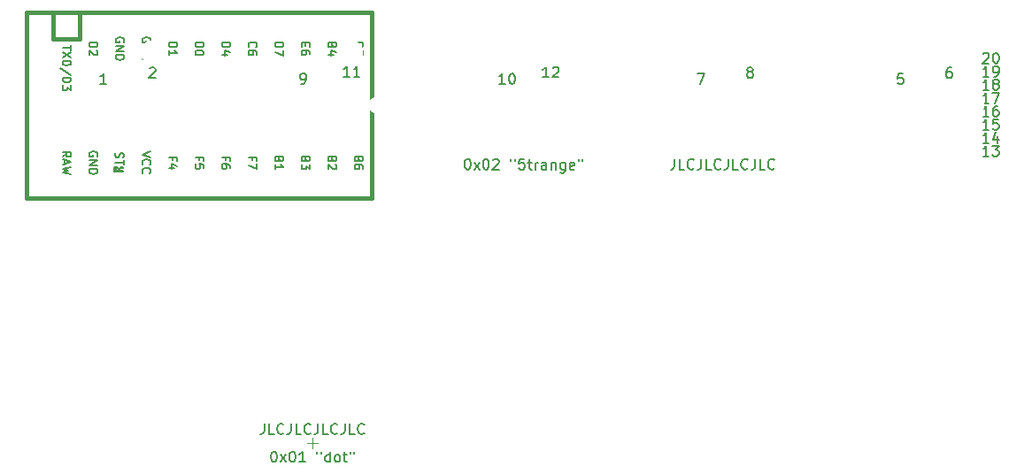
<source format=gto>
%TF.GenerationSoftware,KiCad,Pcbnew,5.99.0+really5.1.10+dfsg1-1*%
%TF.CreationDate,2021-06-06T12:38:46-04:00*%
%TF.ProjectId,5x1_knob,3578315f-6b6e-46f6-922e-6b696361645f,rev?*%
%TF.SameCoordinates,Original*%
%TF.FileFunction,Legend,Top*%
%TF.FilePolarity,Positive*%
%FSLAX46Y46*%
G04 Gerber Fmt 4.6, Leading zero omitted, Abs format (unit mm)*
G04 Created by KiCad (PCBNEW 5.99.0+really5.1.10+dfsg1-1) date 2021-06-06 12:38:46*
%MOMM*%
%LPD*%
G01*
G04 APERTURE LIST*
%ADD10C,0.150000*%
%ADD11C,0.120000*%
%ADD12C,0.381000*%
%ADD13C,2.000000*%
%ADD14R,3.200001X2.000000*%
%ADD15C,1.752600*%
%ADD16O,1.000000X1.000000*%
%ADD17O,1.700000X1.700000*%
%ADD18C,1.700000*%
%ADD19C,3.200000*%
%ADD20C,2.250000*%
%ADD21C,3.987800*%
%ADD22C,1.750000*%
G04 APERTURE END LIST*
D10*
X40886738Y-14628880D02*
X40981976Y-14628880D01*
X41077214Y-14676500D01*
X41124833Y-14724119D01*
X41172452Y-14819357D01*
X41220071Y-15009833D01*
X41220071Y-15247928D01*
X41172452Y-15438404D01*
X41124833Y-15533642D01*
X41077214Y-15581261D01*
X40981976Y-15628880D01*
X40886738Y-15628880D01*
X40791500Y-15581261D01*
X40743880Y-15533642D01*
X40696261Y-15438404D01*
X40648642Y-15247928D01*
X40648642Y-15009833D01*
X40696261Y-14819357D01*
X40743880Y-14724119D01*
X40791500Y-14676500D01*
X40886738Y-14628880D01*
X41553404Y-15628880D02*
X42077214Y-14962214D01*
X41553404Y-14962214D02*
X42077214Y-15628880D01*
X42648642Y-14628880D02*
X42743880Y-14628880D01*
X42839119Y-14676500D01*
X42886738Y-14724119D01*
X42934357Y-14819357D01*
X42981976Y-15009833D01*
X42981976Y-15247928D01*
X42934357Y-15438404D01*
X42886738Y-15533642D01*
X42839119Y-15581261D01*
X42743880Y-15628880D01*
X42648642Y-15628880D01*
X42553404Y-15581261D01*
X42505785Y-15533642D01*
X42458166Y-15438404D01*
X42410547Y-15247928D01*
X42410547Y-15009833D01*
X42458166Y-14819357D01*
X42505785Y-14724119D01*
X42553404Y-14676500D01*
X42648642Y-14628880D01*
X43362928Y-14724119D02*
X43410547Y-14676500D01*
X43505785Y-14628880D01*
X43743880Y-14628880D01*
X43839119Y-14676500D01*
X43886738Y-14724119D01*
X43934357Y-14819357D01*
X43934357Y-14914595D01*
X43886738Y-15057452D01*
X43315309Y-15628880D01*
X43934357Y-15628880D01*
X45077214Y-14628880D02*
X45077214Y-14819357D01*
X45458166Y-14628880D02*
X45458166Y-14819357D01*
X46362928Y-14628880D02*
X45886738Y-14628880D01*
X45839119Y-15105071D01*
X45886738Y-15057452D01*
X45981976Y-15009833D01*
X46220071Y-15009833D01*
X46315309Y-15057452D01*
X46362928Y-15105071D01*
X46410547Y-15200309D01*
X46410547Y-15438404D01*
X46362928Y-15533642D01*
X46315309Y-15581261D01*
X46220071Y-15628880D01*
X45981976Y-15628880D01*
X45886738Y-15581261D01*
X45839119Y-15533642D01*
X46696261Y-14962214D02*
X47077214Y-14962214D01*
X46839119Y-14628880D02*
X46839119Y-15486023D01*
X46886738Y-15581261D01*
X46981976Y-15628880D01*
X47077214Y-15628880D01*
X47410547Y-15628880D02*
X47410547Y-14962214D01*
X47410547Y-15152690D02*
X47458166Y-15057452D01*
X47505785Y-15009833D01*
X47601023Y-14962214D01*
X47696261Y-14962214D01*
X48458166Y-15628880D02*
X48458166Y-15105071D01*
X48410547Y-15009833D01*
X48315309Y-14962214D01*
X48124833Y-14962214D01*
X48029595Y-15009833D01*
X48458166Y-15581261D02*
X48362928Y-15628880D01*
X48124833Y-15628880D01*
X48029595Y-15581261D01*
X47981976Y-15486023D01*
X47981976Y-15390785D01*
X48029595Y-15295547D01*
X48124833Y-15247928D01*
X48362928Y-15247928D01*
X48458166Y-15200309D01*
X48934357Y-14962214D02*
X48934357Y-15628880D01*
X48934357Y-15057452D02*
X48981976Y-15009833D01*
X49077214Y-14962214D01*
X49220071Y-14962214D01*
X49315309Y-15009833D01*
X49362928Y-15105071D01*
X49362928Y-15628880D01*
X50267690Y-14962214D02*
X50267690Y-15771738D01*
X50220071Y-15866976D01*
X50172452Y-15914595D01*
X50077214Y-15962214D01*
X49934357Y-15962214D01*
X49839119Y-15914595D01*
X50267690Y-15581261D02*
X50172452Y-15628880D01*
X49981976Y-15628880D01*
X49886738Y-15581261D01*
X49839119Y-15533642D01*
X49791500Y-15438404D01*
X49791500Y-15152690D01*
X49839119Y-15057452D01*
X49886738Y-15009833D01*
X49981976Y-14962214D01*
X50172452Y-14962214D01*
X50267690Y-15009833D01*
X51124833Y-15581261D02*
X51029595Y-15628880D01*
X50839119Y-15628880D01*
X50743880Y-15581261D01*
X50696261Y-15486023D01*
X50696261Y-15105071D01*
X50743880Y-15009833D01*
X50839119Y-14962214D01*
X51029595Y-14962214D01*
X51124833Y-15009833D01*
X51172452Y-15105071D01*
X51172452Y-15200309D01*
X50696261Y-15295547D01*
X51553404Y-14628880D02*
X51553404Y-14819357D01*
X51934357Y-14628880D02*
X51934357Y-14819357D01*
X60722452Y-14628880D02*
X60722452Y-15343166D01*
X60674833Y-15486023D01*
X60579595Y-15581261D01*
X60436738Y-15628880D01*
X60341500Y-15628880D01*
X61674833Y-15628880D02*
X61198642Y-15628880D01*
X61198642Y-14628880D01*
X62579595Y-15533642D02*
X62531976Y-15581261D01*
X62389119Y-15628880D01*
X62293880Y-15628880D01*
X62151023Y-15581261D01*
X62055785Y-15486023D01*
X62008166Y-15390785D01*
X61960547Y-15200309D01*
X61960547Y-15057452D01*
X62008166Y-14866976D01*
X62055785Y-14771738D01*
X62151023Y-14676500D01*
X62293880Y-14628880D01*
X62389119Y-14628880D01*
X62531976Y-14676500D01*
X62579595Y-14724119D01*
X63293880Y-14628880D02*
X63293880Y-15343166D01*
X63246261Y-15486023D01*
X63151023Y-15581261D01*
X63008166Y-15628880D01*
X62912928Y-15628880D01*
X64246261Y-15628880D02*
X63770071Y-15628880D01*
X63770071Y-14628880D01*
X65151023Y-15533642D02*
X65103404Y-15581261D01*
X64960547Y-15628880D01*
X64865309Y-15628880D01*
X64722452Y-15581261D01*
X64627214Y-15486023D01*
X64579595Y-15390785D01*
X64531976Y-15200309D01*
X64531976Y-15057452D01*
X64579595Y-14866976D01*
X64627214Y-14771738D01*
X64722452Y-14676500D01*
X64865309Y-14628880D01*
X64960547Y-14628880D01*
X65103404Y-14676500D01*
X65151023Y-14724119D01*
X65865309Y-14628880D02*
X65865309Y-15343166D01*
X65817690Y-15486023D01*
X65722452Y-15581261D01*
X65579595Y-15628880D01*
X65484357Y-15628880D01*
X66817690Y-15628880D02*
X66341500Y-15628880D01*
X66341500Y-14628880D01*
X67722452Y-15533642D02*
X67674833Y-15581261D01*
X67531976Y-15628880D01*
X67436738Y-15628880D01*
X67293880Y-15581261D01*
X67198642Y-15486023D01*
X67151023Y-15390785D01*
X67103404Y-15200309D01*
X67103404Y-15057452D01*
X67151023Y-14866976D01*
X67198642Y-14771738D01*
X67293880Y-14676500D01*
X67436738Y-14628880D01*
X67531976Y-14628880D01*
X67674833Y-14676500D01*
X67722452Y-14724119D01*
X68436738Y-14628880D02*
X68436738Y-15343166D01*
X68389119Y-15486023D01*
X68293880Y-15581261D01*
X68151023Y-15628880D01*
X68055785Y-15628880D01*
X69389119Y-15628880D02*
X68912928Y-15628880D01*
X68912928Y-14628880D01*
X70293880Y-15533642D02*
X70246261Y-15581261D01*
X70103404Y-15628880D01*
X70008166Y-15628880D01*
X69865309Y-15581261D01*
X69770071Y-15486023D01*
X69722452Y-15390785D01*
X69674833Y-15200309D01*
X69674833Y-15057452D01*
X69722452Y-14866976D01*
X69770071Y-14771738D01*
X69865309Y-14676500D01*
X70008166Y-14628880D01*
X70103404Y-14628880D01*
X70246261Y-14676500D01*
X70293880Y-14724119D01*
X21479452Y-39965380D02*
X21479452Y-40679666D01*
X21431833Y-40822523D01*
X21336595Y-40917761D01*
X21193738Y-40965380D01*
X21098500Y-40965380D01*
X22431833Y-40965380D02*
X21955642Y-40965380D01*
X21955642Y-39965380D01*
X23336595Y-40870142D02*
X23288976Y-40917761D01*
X23146119Y-40965380D01*
X23050880Y-40965380D01*
X22908023Y-40917761D01*
X22812785Y-40822523D01*
X22765166Y-40727285D01*
X22717547Y-40536809D01*
X22717547Y-40393952D01*
X22765166Y-40203476D01*
X22812785Y-40108238D01*
X22908023Y-40013000D01*
X23050880Y-39965380D01*
X23146119Y-39965380D01*
X23288976Y-40013000D01*
X23336595Y-40060619D01*
X24050880Y-39965380D02*
X24050880Y-40679666D01*
X24003261Y-40822523D01*
X23908023Y-40917761D01*
X23765166Y-40965380D01*
X23669928Y-40965380D01*
X25003261Y-40965380D02*
X24527071Y-40965380D01*
X24527071Y-39965380D01*
X25908023Y-40870142D02*
X25860404Y-40917761D01*
X25717547Y-40965380D01*
X25622309Y-40965380D01*
X25479452Y-40917761D01*
X25384214Y-40822523D01*
X25336595Y-40727285D01*
X25288976Y-40536809D01*
X25288976Y-40393952D01*
X25336595Y-40203476D01*
X25384214Y-40108238D01*
X25479452Y-40013000D01*
X25622309Y-39965380D01*
X25717547Y-39965380D01*
X25860404Y-40013000D01*
X25908023Y-40060619D01*
X26622309Y-39965380D02*
X26622309Y-40679666D01*
X26574690Y-40822523D01*
X26479452Y-40917761D01*
X26336595Y-40965380D01*
X26241357Y-40965380D01*
X27574690Y-40965380D02*
X27098500Y-40965380D01*
X27098500Y-39965380D01*
X28479452Y-40870142D02*
X28431833Y-40917761D01*
X28288976Y-40965380D01*
X28193738Y-40965380D01*
X28050880Y-40917761D01*
X27955642Y-40822523D01*
X27908023Y-40727285D01*
X27860404Y-40536809D01*
X27860404Y-40393952D01*
X27908023Y-40203476D01*
X27955642Y-40108238D01*
X28050880Y-40013000D01*
X28193738Y-39965380D01*
X28288976Y-39965380D01*
X28431833Y-40013000D01*
X28479452Y-40060619D01*
X29193738Y-39965380D02*
X29193738Y-40679666D01*
X29146119Y-40822523D01*
X29050880Y-40917761D01*
X28908023Y-40965380D01*
X28812785Y-40965380D01*
X30146119Y-40965380D02*
X29669928Y-40965380D01*
X29669928Y-39965380D01*
X31050880Y-40870142D02*
X31003261Y-40917761D01*
X30860404Y-40965380D01*
X30765166Y-40965380D01*
X30622309Y-40917761D01*
X30527071Y-40822523D01*
X30479452Y-40727285D01*
X30431833Y-40536809D01*
X30431833Y-40393952D01*
X30479452Y-40203476D01*
X30527071Y-40108238D01*
X30622309Y-40013000D01*
X30765166Y-39965380D01*
X30860404Y-39965380D01*
X31003261Y-40013000D01*
X31050880Y-40060619D01*
X22360404Y-42632380D02*
X22455642Y-42632380D01*
X22550880Y-42680000D01*
X22598500Y-42727619D01*
X22646119Y-42822857D01*
X22693738Y-43013333D01*
X22693738Y-43251428D01*
X22646119Y-43441904D01*
X22598500Y-43537142D01*
X22550880Y-43584761D01*
X22455642Y-43632380D01*
X22360404Y-43632380D01*
X22265166Y-43584761D01*
X22217547Y-43537142D01*
X22169928Y-43441904D01*
X22122309Y-43251428D01*
X22122309Y-43013333D01*
X22169928Y-42822857D01*
X22217547Y-42727619D01*
X22265166Y-42680000D01*
X22360404Y-42632380D01*
X23027071Y-43632380D02*
X23550880Y-42965714D01*
X23027071Y-42965714D02*
X23550880Y-43632380D01*
X24122309Y-42632380D02*
X24217547Y-42632380D01*
X24312785Y-42680000D01*
X24360404Y-42727619D01*
X24408023Y-42822857D01*
X24455642Y-43013333D01*
X24455642Y-43251428D01*
X24408023Y-43441904D01*
X24360404Y-43537142D01*
X24312785Y-43584761D01*
X24217547Y-43632380D01*
X24122309Y-43632380D01*
X24027071Y-43584761D01*
X23979452Y-43537142D01*
X23931833Y-43441904D01*
X23884214Y-43251428D01*
X23884214Y-43013333D01*
X23931833Y-42822857D01*
X23979452Y-42727619D01*
X24027071Y-42680000D01*
X24122309Y-42632380D01*
X25408023Y-43632380D02*
X24836595Y-43632380D01*
X25122309Y-43632380D02*
X25122309Y-42632380D01*
X25027071Y-42775238D01*
X24931833Y-42870476D01*
X24836595Y-42918095D01*
X26550880Y-42632380D02*
X26550880Y-42822857D01*
X26931833Y-42632380D02*
X26931833Y-42822857D01*
X27788976Y-43632380D02*
X27788976Y-42632380D01*
X27788976Y-43584761D02*
X27693738Y-43632380D01*
X27503261Y-43632380D01*
X27408023Y-43584761D01*
X27360404Y-43537142D01*
X27312785Y-43441904D01*
X27312785Y-43156190D01*
X27360404Y-43060952D01*
X27408023Y-43013333D01*
X27503261Y-42965714D01*
X27693738Y-42965714D01*
X27788976Y-43013333D01*
X28408023Y-43632380D02*
X28312785Y-43584761D01*
X28265166Y-43537142D01*
X28217547Y-43441904D01*
X28217547Y-43156190D01*
X28265166Y-43060952D01*
X28312785Y-43013333D01*
X28408023Y-42965714D01*
X28550880Y-42965714D01*
X28646119Y-43013333D01*
X28693738Y-43060952D01*
X28741357Y-43156190D01*
X28741357Y-43441904D01*
X28693738Y-43537142D01*
X28646119Y-43584761D01*
X28550880Y-43632380D01*
X28408023Y-43632380D01*
X29027071Y-42965714D02*
X29408023Y-42965714D01*
X29169928Y-42632380D02*
X29169928Y-43489523D01*
X29217547Y-43584761D01*
X29312785Y-43632380D01*
X29408023Y-43632380D01*
X29693738Y-42632380D02*
X29693738Y-42822857D01*
X30074690Y-42632380D02*
X30074690Y-42822857D01*
X90805023Y-14358880D02*
X90233595Y-14358880D01*
X90519309Y-14358880D02*
X90519309Y-13358880D01*
X90424071Y-13501738D01*
X90328833Y-13596976D01*
X90233595Y-13644595D01*
X91138357Y-13358880D02*
X91757404Y-13358880D01*
X91424071Y-13739833D01*
X91566928Y-13739833D01*
X91662166Y-13787452D01*
X91709785Y-13835071D01*
X91757404Y-13930309D01*
X91757404Y-14168404D01*
X91709785Y-14263642D01*
X91662166Y-14311261D01*
X91566928Y-14358880D01*
X91281214Y-14358880D01*
X91185976Y-14311261D01*
X91138357Y-14263642D01*
X90805023Y-13088880D02*
X90233595Y-13088880D01*
X90519309Y-13088880D02*
X90519309Y-12088880D01*
X90424071Y-12231738D01*
X90328833Y-12326976D01*
X90233595Y-12374595D01*
X91662166Y-12422214D02*
X91662166Y-13088880D01*
X91424071Y-12041261D02*
X91185976Y-12755547D01*
X91805023Y-12755547D01*
X90805023Y-11818880D02*
X90233595Y-11818880D01*
X90519309Y-11818880D02*
X90519309Y-10818880D01*
X90424071Y-10961738D01*
X90328833Y-11056976D01*
X90233595Y-11104595D01*
X91709785Y-10818880D02*
X91233595Y-10818880D01*
X91185976Y-11295071D01*
X91233595Y-11247452D01*
X91328833Y-11199833D01*
X91566928Y-11199833D01*
X91662166Y-11247452D01*
X91709785Y-11295071D01*
X91757404Y-11390309D01*
X91757404Y-11628404D01*
X91709785Y-11723642D01*
X91662166Y-11771261D01*
X91566928Y-11818880D01*
X91328833Y-11818880D01*
X91233595Y-11771261D01*
X91185976Y-11723642D01*
X90805023Y-10548880D02*
X90233595Y-10548880D01*
X90519309Y-10548880D02*
X90519309Y-9548880D01*
X90424071Y-9691738D01*
X90328833Y-9786976D01*
X90233595Y-9834595D01*
X91662166Y-9548880D02*
X91471690Y-9548880D01*
X91376452Y-9596500D01*
X91328833Y-9644119D01*
X91233595Y-9786976D01*
X91185976Y-9977452D01*
X91185976Y-10358404D01*
X91233595Y-10453642D01*
X91281214Y-10501261D01*
X91376452Y-10548880D01*
X91566928Y-10548880D01*
X91662166Y-10501261D01*
X91709785Y-10453642D01*
X91757404Y-10358404D01*
X91757404Y-10120309D01*
X91709785Y-10025071D01*
X91662166Y-9977452D01*
X91566928Y-9929833D01*
X91376452Y-9929833D01*
X91281214Y-9977452D01*
X91233595Y-10025071D01*
X91185976Y-10120309D01*
X90805023Y-9278880D02*
X90233595Y-9278880D01*
X90519309Y-9278880D02*
X90519309Y-8278880D01*
X90424071Y-8421738D01*
X90328833Y-8516976D01*
X90233595Y-8564595D01*
X91138357Y-8278880D02*
X91805023Y-8278880D01*
X91376452Y-9278880D01*
X90805023Y-8008880D02*
X90233595Y-8008880D01*
X90519309Y-8008880D02*
X90519309Y-7008880D01*
X90424071Y-7151738D01*
X90328833Y-7246976D01*
X90233595Y-7294595D01*
X91376452Y-7437452D02*
X91281214Y-7389833D01*
X91233595Y-7342214D01*
X91185976Y-7246976D01*
X91185976Y-7199357D01*
X91233595Y-7104119D01*
X91281214Y-7056500D01*
X91376452Y-7008880D01*
X91566928Y-7008880D01*
X91662166Y-7056500D01*
X91709785Y-7104119D01*
X91757404Y-7199357D01*
X91757404Y-7246976D01*
X91709785Y-7342214D01*
X91662166Y-7389833D01*
X91566928Y-7437452D01*
X91376452Y-7437452D01*
X91281214Y-7485071D01*
X91233595Y-7532690D01*
X91185976Y-7627928D01*
X91185976Y-7818404D01*
X91233595Y-7913642D01*
X91281214Y-7961261D01*
X91376452Y-8008880D01*
X91566928Y-8008880D01*
X91662166Y-7961261D01*
X91709785Y-7913642D01*
X91757404Y-7818404D01*
X91757404Y-7627928D01*
X91709785Y-7532690D01*
X91662166Y-7485071D01*
X91566928Y-7437452D01*
X90805023Y-6738880D02*
X90233595Y-6738880D01*
X90519309Y-6738880D02*
X90519309Y-5738880D01*
X90424071Y-5881738D01*
X90328833Y-5976976D01*
X90233595Y-6024595D01*
X91281214Y-6738880D02*
X91471690Y-6738880D01*
X91566928Y-6691261D01*
X91614547Y-6643642D01*
X91709785Y-6500785D01*
X91757404Y-6310309D01*
X91757404Y-5929357D01*
X91709785Y-5834119D01*
X91662166Y-5786500D01*
X91566928Y-5738880D01*
X91376452Y-5738880D01*
X91281214Y-5786500D01*
X91233595Y-5834119D01*
X91185976Y-5929357D01*
X91185976Y-6167452D01*
X91233595Y-6262690D01*
X91281214Y-6310309D01*
X91376452Y-6357928D01*
X91566928Y-6357928D01*
X91662166Y-6310309D01*
X91709785Y-6262690D01*
X91757404Y-6167452D01*
X90233595Y-4564119D02*
X90281214Y-4516500D01*
X90376452Y-4468880D01*
X90614547Y-4468880D01*
X90709785Y-4516500D01*
X90757404Y-4564119D01*
X90805023Y-4659357D01*
X90805023Y-4754595D01*
X90757404Y-4897452D01*
X90185976Y-5468880D01*
X90805023Y-5468880D01*
X91424071Y-4468880D02*
X91519309Y-4468880D01*
X91614547Y-4516500D01*
X91662166Y-4564119D01*
X91709785Y-4659357D01*
X91757404Y-4849833D01*
X91757404Y-5087928D01*
X91709785Y-5278404D01*
X91662166Y-5373642D01*
X91614547Y-5421261D01*
X91519309Y-5468880D01*
X91424071Y-5468880D01*
X91328833Y-5421261D01*
X91281214Y-5373642D01*
X91233595Y-5278404D01*
X91185976Y-5087928D01*
X91185976Y-4849833D01*
X91233595Y-4659357D01*
X91281214Y-4564119D01*
X91328833Y-4516500D01*
X91424071Y-4468880D01*
X87185476Y-5865880D02*
X86995000Y-5865880D01*
X86899761Y-5913500D01*
X86852142Y-5961119D01*
X86756904Y-6103976D01*
X86709285Y-6294452D01*
X86709285Y-6675404D01*
X86756904Y-6770642D01*
X86804523Y-6818261D01*
X86899761Y-6865880D01*
X87090238Y-6865880D01*
X87185476Y-6818261D01*
X87233095Y-6770642D01*
X87280714Y-6675404D01*
X87280714Y-6437309D01*
X87233095Y-6342071D01*
X87185476Y-6294452D01*
X87090238Y-6246833D01*
X86899761Y-6246833D01*
X86804523Y-6294452D01*
X86756904Y-6342071D01*
X86709285Y-6437309D01*
X82597595Y-6437380D02*
X82121404Y-6437380D01*
X82073785Y-6913571D01*
X82121404Y-6865952D01*
X82216642Y-6818333D01*
X82454738Y-6818333D01*
X82549976Y-6865952D01*
X82597595Y-6913571D01*
X82645214Y-7008809D01*
X82645214Y-7246904D01*
X82597595Y-7342142D01*
X82549976Y-7389761D01*
X82454738Y-7437380D01*
X82216642Y-7437380D01*
X82121404Y-7389761D01*
X82073785Y-7342142D01*
X67849761Y-6294452D02*
X67754523Y-6246833D01*
X67706904Y-6199214D01*
X67659285Y-6103976D01*
X67659285Y-6056357D01*
X67706904Y-5961119D01*
X67754523Y-5913500D01*
X67849761Y-5865880D01*
X68040238Y-5865880D01*
X68135476Y-5913500D01*
X68183095Y-5961119D01*
X68230714Y-6056357D01*
X68230714Y-6103976D01*
X68183095Y-6199214D01*
X68135476Y-6246833D01*
X68040238Y-6294452D01*
X67849761Y-6294452D01*
X67754523Y-6342071D01*
X67706904Y-6389690D01*
X67659285Y-6484928D01*
X67659285Y-6675404D01*
X67706904Y-6770642D01*
X67754523Y-6818261D01*
X67849761Y-6865880D01*
X68040238Y-6865880D01*
X68135476Y-6818261D01*
X68183095Y-6770642D01*
X68230714Y-6675404D01*
X68230714Y-6484928D01*
X68183095Y-6389690D01*
X68135476Y-6342071D01*
X68040238Y-6294452D01*
X62912666Y-6437380D02*
X63579333Y-6437380D01*
X63150761Y-7437380D01*
X48704523Y-6802380D02*
X48133095Y-6802380D01*
X48418809Y-6802380D02*
X48418809Y-5802380D01*
X48323571Y-5945238D01*
X48228333Y-6040476D01*
X48133095Y-6088095D01*
X49085476Y-5897619D02*
X49133095Y-5850000D01*
X49228333Y-5802380D01*
X49466428Y-5802380D01*
X49561666Y-5850000D01*
X49609285Y-5897619D01*
X49656904Y-5992857D01*
X49656904Y-6088095D01*
X49609285Y-6230952D01*
X49037857Y-6802380D01*
X49656904Y-6802380D01*
X44513523Y-7437380D02*
X43942095Y-7437380D01*
X44227809Y-7437380D02*
X44227809Y-6437380D01*
X44132571Y-6580238D01*
X44037333Y-6675476D01*
X43942095Y-6723095D01*
X45132571Y-6437380D02*
X45227809Y-6437380D01*
X45323047Y-6485000D01*
X45370666Y-6532619D01*
X45418285Y-6627857D01*
X45465904Y-6818333D01*
X45465904Y-7056428D01*
X45418285Y-7246904D01*
X45370666Y-7342142D01*
X45323047Y-7389761D01*
X45227809Y-7437380D01*
X45132571Y-7437380D01*
X45037333Y-7389761D01*
X44989714Y-7342142D01*
X44942095Y-7246904D01*
X44894476Y-7056428D01*
X44894476Y-6818333D01*
X44942095Y-6627857D01*
X44989714Y-6532619D01*
X45037333Y-6485000D01*
X45132571Y-6437380D01*
X29654523Y-6738880D02*
X29083095Y-6738880D01*
X29368809Y-6738880D02*
X29368809Y-5738880D01*
X29273571Y-5881738D01*
X29178333Y-5976976D01*
X29083095Y-6024595D01*
X30606904Y-6738880D02*
X30035476Y-6738880D01*
X30321190Y-6738880D02*
X30321190Y-5738880D01*
X30225952Y-5881738D01*
X30130714Y-5976976D01*
X30035476Y-6024595D01*
X25019023Y-7437380D02*
X25209500Y-7437380D01*
X25304738Y-7389761D01*
X25352357Y-7342142D01*
X25447595Y-7199285D01*
X25495214Y-7008809D01*
X25495214Y-6627857D01*
X25447595Y-6532619D01*
X25399976Y-6485000D01*
X25304738Y-6437380D01*
X25114261Y-6437380D01*
X25019023Y-6485000D01*
X24971404Y-6532619D01*
X24923785Y-6627857D01*
X24923785Y-6865952D01*
X24971404Y-6961190D01*
X25019023Y-7008809D01*
X25114261Y-7056428D01*
X25304738Y-7056428D01*
X25399976Y-7008809D01*
X25447595Y-6961190D01*
X25495214Y-6865952D01*
X10509285Y-5961119D02*
X10556904Y-5913500D01*
X10652142Y-5865880D01*
X10890238Y-5865880D01*
X10985476Y-5913500D01*
X11033095Y-5961119D01*
X11080714Y-6056357D01*
X11080714Y-6151595D01*
X11033095Y-6294452D01*
X10461666Y-6865880D01*
X11080714Y-6865880D01*
X6381714Y-7437380D02*
X5810285Y-7437380D01*
X6096000Y-7437380D02*
X6096000Y-6437380D01*
X6000761Y-6580238D01*
X5905523Y-6675476D01*
X5810285Y-6723095D01*
D11*
%TO.C,SW_1*%
X26098500Y-41346500D02*
X26098500Y-42346500D01*
X25598500Y-41846500D02*
X26598500Y-41846500D01*
D12*
%TO.C,U1*%
X1270000Y-3175000D02*
X1270000Y-635000D01*
X-1270000Y-18415000D02*
X-1270000Y-635000D01*
X-1270000Y-635000D02*
X31750000Y-635000D01*
X31750000Y-635000D02*
X31750000Y-18415000D01*
X31750000Y-18415000D02*
X-1270000Y-18415000D01*
D10*
G36*
X7159030Y-15369635D02*
G01*
X7259030Y-15369635D01*
X7259030Y-15869635D01*
X7159030Y-15869635D01*
X7159030Y-15369635D01*
G37*
X7159030Y-15369635D02*
X7259030Y-15369635D01*
X7259030Y-15869635D01*
X7159030Y-15869635D01*
X7159030Y-15369635D01*
G36*
X7159030Y-15369635D02*
G01*
X7459030Y-15369635D01*
X7459030Y-15469635D01*
X7159030Y-15469635D01*
X7159030Y-15369635D01*
G37*
X7159030Y-15369635D02*
X7459030Y-15369635D01*
X7459030Y-15469635D01*
X7159030Y-15469635D01*
X7159030Y-15369635D01*
G36*
X7759030Y-15369635D02*
G01*
X7959030Y-15369635D01*
X7959030Y-15469635D01*
X7759030Y-15469635D01*
X7759030Y-15369635D01*
G37*
X7759030Y-15369635D02*
X7959030Y-15369635D01*
X7959030Y-15469635D01*
X7759030Y-15469635D01*
X7759030Y-15369635D01*
G36*
X7159030Y-15769635D02*
G01*
X7959030Y-15769635D01*
X7959030Y-15869635D01*
X7159030Y-15869635D01*
X7159030Y-15769635D01*
G37*
X7159030Y-15769635D02*
X7959030Y-15769635D01*
X7959030Y-15869635D01*
X7159030Y-15869635D01*
X7159030Y-15769635D01*
G36*
X7559030Y-15569635D02*
G01*
X7659030Y-15569635D01*
X7659030Y-15669635D01*
X7559030Y-15669635D01*
X7559030Y-15569635D01*
G37*
X7559030Y-15569635D02*
X7659030Y-15569635D01*
X7659030Y-15669635D01*
X7559030Y-15669635D01*
X7559030Y-15569635D01*
D12*
X1270000Y-3175000D02*
X3810000Y-3175000D01*
X3810000Y-3175000D02*
X3810000Y-635000D01*
D10*
X7276190Y-14031666D02*
X7238095Y-14145952D01*
X7238095Y-14336428D01*
X7276190Y-14412619D01*
X7314285Y-14450714D01*
X7390476Y-14488809D01*
X7466666Y-14488809D01*
X7542857Y-14450714D01*
X7580952Y-14412619D01*
X7619047Y-14336428D01*
X7657142Y-14184047D01*
X7695238Y-14107857D01*
X7733333Y-14069761D01*
X7809523Y-14031666D01*
X7885714Y-14031666D01*
X7961904Y-14069761D01*
X8000000Y-14107857D01*
X8038095Y-14184047D01*
X8038095Y-14374523D01*
X8000000Y-14488809D01*
X8038095Y-14717380D02*
X8038095Y-15174523D01*
X7238095Y-14945952D02*
X8038095Y-14945952D01*
X2978095Y-3762651D02*
X2978095Y-4219794D01*
X2178095Y-3991223D02*
X2978095Y-3991223D01*
X2978095Y-4410270D02*
X2178095Y-4943604D01*
X2978095Y-4943604D02*
X2178095Y-4410270D01*
X2978095Y-5400747D02*
X2978095Y-5476937D01*
X2940000Y-5553128D01*
X2901904Y-5591223D01*
X2825714Y-5629318D01*
X2673333Y-5667413D01*
X2482857Y-5667413D01*
X2330476Y-5629318D01*
X2254285Y-5591223D01*
X2216190Y-5553128D01*
X2178095Y-5476937D01*
X2178095Y-5400747D01*
X2216190Y-5324556D01*
X2254285Y-5286461D01*
X2330476Y-5248366D01*
X2482857Y-5210270D01*
X2673333Y-5210270D01*
X2825714Y-5248366D01*
X2901904Y-5286461D01*
X2940000Y-5324556D01*
X2978095Y-5400747D01*
X3016190Y-6581699D02*
X1987619Y-5895985D01*
X2178095Y-6848366D02*
X2978095Y-6848366D01*
X2978095Y-7038842D01*
X2940000Y-7153128D01*
X2863809Y-7229318D01*
X2787619Y-7267413D01*
X2635238Y-7305508D01*
X2520952Y-7305508D01*
X2368571Y-7267413D01*
X2292380Y-7229318D01*
X2216190Y-7153128D01*
X2178095Y-7038842D01*
X2178095Y-6848366D01*
X2978095Y-7572175D02*
X2978095Y-8067413D01*
X2673333Y-7800747D01*
X2673333Y-7915032D01*
X2635238Y-7991223D01*
X2597142Y-8029318D01*
X2520952Y-8067413D01*
X2330476Y-8067413D01*
X2254285Y-8029318D01*
X2216190Y-7991223D01*
X2178095Y-7915032D01*
X2178095Y-7686461D01*
X2216190Y-7610270D01*
X2254285Y-7572175D01*
X27997142Y-14662190D02*
X27959047Y-14776476D01*
X27920952Y-14814571D01*
X27844761Y-14852666D01*
X27730476Y-14852666D01*
X27654285Y-14814571D01*
X27616190Y-14776476D01*
X27578095Y-14700285D01*
X27578095Y-14395523D01*
X28378095Y-14395523D01*
X28378095Y-14662190D01*
X28340000Y-14738380D01*
X28301904Y-14776476D01*
X28225714Y-14814571D01*
X28149523Y-14814571D01*
X28073333Y-14776476D01*
X28035238Y-14738380D01*
X27997142Y-14662190D01*
X27997142Y-14395523D01*
X28301904Y-15157428D02*
X28340000Y-15195523D01*
X28378095Y-15271714D01*
X28378095Y-15462190D01*
X28340000Y-15538380D01*
X28301904Y-15576476D01*
X28225714Y-15614571D01*
X28149523Y-15614571D01*
X28035238Y-15576476D01*
X27578095Y-15119333D01*
X27578095Y-15614571D01*
X20377142Y-14719333D02*
X20377142Y-14452666D01*
X19958095Y-14452666D02*
X20758095Y-14452666D01*
X20758095Y-14833619D01*
X20758095Y-15062190D02*
X20758095Y-15595523D01*
X19958095Y-15252666D01*
X17837142Y-14719333D02*
X17837142Y-14452666D01*
X17418095Y-14452666D02*
X18218095Y-14452666D01*
X18218095Y-14833619D01*
X18218095Y-15481238D02*
X18218095Y-15328857D01*
X18180000Y-15252666D01*
X18141904Y-15214571D01*
X18027619Y-15138380D01*
X17875238Y-15100285D01*
X17570476Y-15100285D01*
X17494285Y-15138380D01*
X17456190Y-15176476D01*
X17418095Y-15252666D01*
X17418095Y-15405047D01*
X17456190Y-15481238D01*
X17494285Y-15519333D01*
X17570476Y-15557428D01*
X17760952Y-15557428D01*
X17837142Y-15519333D01*
X17875238Y-15481238D01*
X17913333Y-15405047D01*
X17913333Y-15252666D01*
X17875238Y-15176476D01*
X17837142Y-15138380D01*
X17760952Y-15100285D01*
X15297142Y-14719333D02*
X15297142Y-14452666D01*
X14878095Y-14452666D02*
X15678095Y-14452666D01*
X15678095Y-14833619D01*
X15678095Y-15519333D02*
X15678095Y-15138380D01*
X15297142Y-15100285D01*
X15335238Y-15138380D01*
X15373333Y-15214571D01*
X15373333Y-15405047D01*
X15335238Y-15481238D01*
X15297142Y-15519333D01*
X15220952Y-15557428D01*
X15030476Y-15557428D01*
X14954285Y-15519333D01*
X14916190Y-15481238D01*
X14878095Y-15405047D01*
X14878095Y-15214571D01*
X14916190Y-15138380D01*
X14954285Y-15100285D01*
X2178095Y-14433619D02*
X2559047Y-14166952D01*
X2178095Y-13976476D02*
X2978095Y-13976476D01*
X2978095Y-14281238D01*
X2940000Y-14357428D01*
X2901904Y-14395523D01*
X2825714Y-14433619D01*
X2711428Y-14433619D01*
X2635238Y-14395523D01*
X2597142Y-14357428D01*
X2559047Y-14281238D01*
X2559047Y-13976476D01*
X2406666Y-14738380D02*
X2406666Y-15119333D01*
X2178095Y-14662190D02*
X2978095Y-14928857D01*
X2178095Y-15195523D01*
X2978095Y-15386000D02*
X2178095Y-15576476D01*
X2749523Y-15728857D01*
X2178095Y-15881238D01*
X2978095Y-16071714D01*
X5480000Y-14376476D02*
X5518095Y-14300285D01*
X5518095Y-14186000D01*
X5480000Y-14071714D01*
X5403809Y-13995523D01*
X5327619Y-13957428D01*
X5175238Y-13919333D01*
X5060952Y-13919333D01*
X4908571Y-13957428D01*
X4832380Y-13995523D01*
X4756190Y-14071714D01*
X4718095Y-14186000D01*
X4718095Y-14262190D01*
X4756190Y-14376476D01*
X4794285Y-14414571D01*
X5060952Y-14414571D01*
X5060952Y-14262190D01*
X4718095Y-14757428D02*
X5518095Y-14757428D01*
X4718095Y-15214571D01*
X5518095Y-15214571D01*
X4718095Y-15595523D02*
X5518095Y-15595523D01*
X5518095Y-15786000D01*
X5480000Y-15900285D01*
X5403809Y-15976476D01*
X5327619Y-16014571D01*
X5175238Y-16052666D01*
X5060952Y-16052666D01*
X4908571Y-16014571D01*
X4832380Y-15976476D01*
X4756190Y-15900285D01*
X4718095Y-15786000D01*
X4718095Y-15595523D01*
X10598095Y-13919333D02*
X9798095Y-14186000D01*
X10598095Y-14452666D01*
X9874285Y-15176476D02*
X9836190Y-15138380D01*
X9798095Y-15024095D01*
X9798095Y-14947904D01*
X9836190Y-14833619D01*
X9912380Y-14757428D01*
X9988571Y-14719333D01*
X10140952Y-14681238D01*
X10255238Y-14681238D01*
X10407619Y-14719333D01*
X10483809Y-14757428D01*
X10560000Y-14833619D01*
X10598095Y-14947904D01*
X10598095Y-15024095D01*
X10560000Y-15138380D01*
X10521904Y-15176476D01*
X9874285Y-15976476D02*
X9836190Y-15938380D01*
X9798095Y-15824095D01*
X9798095Y-15747904D01*
X9836190Y-15633619D01*
X9912380Y-15557428D01*
X9988571Y-15519333D01*
X10140952Y-15481238D01*
X10255238Y-15481238D01*
X10407619Y-15519333D01*
X10483809Y-15557428D01*
X10560000Y-15633619D01*
X10598095Y-15747904D01*
X10598095Y-15824095D01*
X10560000Y-15938380D01*
X10521904Y-15976476D01*
X12757142Y-14719333D02*
X12757142Y-14452666D01*
X12338095Y-14452666D02*
X13138095Y-14452666D01*
X13138095Y-14833619D01*
X12871428Y-15481238D02*
X12338095Y-15481238D01*
X13176190Y-15290761D02*
X12604761Y-15100285D01*
X12604761Y-15595523D01*
X22917142Y-14662190D02*
X22879047Y-14776476D01*
X22840952Y-14814571D01*
X22764761Y-14852666D01*
X22650476Y-14852666D01*
X22574285Y-14814571D01*
X22536190Y-14776476D01*
X22498095Y-14700285D01*
X22498095Y-14395523D01*
X23298095Y-14395523D01*
X23298095Y-14662190D01*
X23260000Y-14738380D01*
X23221904Y-14776476D01*
X23145714Y-14814571D01*
X23069523Y-14814571D01*
X22993333Y-14776476D01*
X22955238Y-14738380D01*
X22917142Y-14662190D01*
X22917142Y-14395523D01*
X22498095Y-15614571D02*
X22498095Y-15157428D01*
X22498095Y-15386000D02*
X23298095Y-15386000D01*
X23183809Y-15309809D01*
X23107619Y-15233619D01*
X23069523Y-15157428D01*
X25457142Y-14662190D02*
X25419047Y-14776476D01*
X25380952Y-14814571D01*
X25304761Y-14852666D01*
X25190476Y-14852666D01*
X25114285Y-14814571D01*
X25076190Y-14776476D01*
X25038095Y-14700285D01*
X25038095Y-14395523D01*
X25838095Y-14395523D01*
X25838095Y-14662190D01*
X25800000Y-14738380D01*
X25761904Y-14776476D01*
X25685714Y-14814571D01*
X25609523Y-14814571D01*
X25533333Y-14776476D01*
X25495238Y-14738380D01*
X25457142Y-14662190D01*
X25457142Y-14395523D01*
X25838095Y-15119333D02*
X25838095Y-15614571D01*
X25533333Y-15347904D01*
X25533333Y-15462190D01*
X25495238Y-15538380D01*
X25457142Y-15576476D01*
X25380952Y-15614571D01*
X25190476Y-15614571D01*
X25114285Y-15576476D01*
X25076190Y-15538380D01*
X25038095Y-15462190D01*
X25038095Y-15233619D01*
X25076190Y-15157428D01*
X25114285Y-15119333D01*
X30537142Y-14662190D02*
X30499047Y-14776476D01*
X30460952Y-14814571D01*
X30384761Y-14852666D01*
X30270476Y-14852666D01*
X30194285Y-14814571D01*
X30156190Y-14776476D01*
X30118095Y-14700285D01*
X30118095Y-14395523D01*
X30918095Y-14395523D01*
X30918095Y-14662190D01*
X30880000Y-14738380D01*
X30841904Y-14776476D01*
X30765714Y-14814571D01*
X30689523Y-14814571D01*
X30613333Y-14776476D01*
X30575238Y-14738380D01*
X30537142Y-14662190D01*
X30537142Y-14395523D01*
X30918095Y-15538380D02*
X30918095Y-15386000D01*
X30880000Y-15309809D01*
X30841904Y-15271714D01*
X30727619Y-15195523D01*
X30575238Y-15157428D01*
X30270476Y-15157428D01*
X30194285Y-15195523D01*
X30156190Y-15233619D01*
X30118095Y-15309809D01*
X30118095Y-15462190D01*
X30156190Y-15538380D01*
X30194285Y-15576476D01*
X30270476Y-15614571D01*
X30460952Y-15614571D01*
X30537142Y-15576476D01*
X30575238Y-15538380D01*
X30613333Y-15462190D01*
X30613333Y-15309809D01*
X30575238Y-15233619D01*
X30537142Y-15195523D01*
X30460952Y-15157428D01*
X30537142Y-3740190D02*
X30499047Y-3854476D01*
X30460952Y-3892571D01*
X30384761Y-3930666D01*
X30270476Y-3930666D01*
X30194285Y-3892571D01*
X30156190Y-3854476D01*
X30118095Y-3778285D01*
X30118095Y-3473523D01*
X30918095Y-3473523D01*
X30918095Y-3740190D01*
X30880000Y-3816380D01*
X30841904Y-3854476D01*
X30765714Y-3892571D01*
X30689523Y-3892571D01*
X30613333Y-3854476D01*
X30575238Y-3816380D01*
X30537142Y-3740190D01*
X30537142Y-3473523D01*
X30918095Y-4654476D02*
X30918095Y-4273523D01*
X30537142Y-4235428D01*
X30575238Y-4273523D01*
X30613333Y-4349714D01*
X30613333Y-4540190D01*
X30575238Y-4616380D01*
X30537142Y-4654476D01*
X30460952Y-4692571D01*
X30270476Y-4692571D01*
X30194285Y-4654476D01*
X30156190Y-4616380D01*
X30118095Y-4540190D01*
X30118095Y-4349714D01*
X30156190Y-4273523D01*
X30194285Y-4235428D01*
X27997142Y-3740190D02*
X27959047Y-3854476D01*
X27920952Y-3892571D01*
X27844761Y-3930666D01*
X27730476Y-3930666D01*
X27654285Y-3892571D01*
X27616190Y-3854476D01*
X27578095Y-3778285D01*
X27578095Y-3473523D01*
X28378095Y-3473523D01*
X28378095Y-3740190D01*
X28340000Y-3816380D01*
X28301904Y-3854476D01*
X28225714Y-3892571D01*
X28149523Y-3892571D01*
X28073333Y-3854476D01*
X28035238Y-3816380D01*
X27997142Y-3740190D01*
X27997142Y-3473523D01*
X28111428Y-4616380D02*
X27578095Y-4616380D01*
X28416190Y-4425904D02*
X27844761Y-4235428D01*
X27844761Y-4730666D01*
X25457142Y-3511619D02*
X25457142Y-3778285D01*
X25038095Y-3892571D02*
X25038095Y-3511619D01*
X25838095Y-3511619D01*
X25838095Y-3892571D01*
X25838095Y-4578285D02*
X25838095Y-4425904D01*
X25800000Y-4349714D01*
X25761904Y-4311619D01*
X25647619Y-4235428D01*
X25495238Y-4197333D01*
X25190476Y-4197333D01*
X25114285Y-4235428D01*
X25076190Y-4273523D01*
X25038095Y-4349714D01*
X25038095Y-4502095D01*
X25076190Y-4578285D01*
X25114285Y-4616380D01*
X25190476Y-4654476D01*
X25380952Y-4654476D01*
X25457142Y-4616380D01*
X25495238Y-4578285D01*
X25533333Y-4502095D01*
X25533333Y-4349714D01*
X25495238Y-4273523D01*
X25457142Y-4235428D01*
X25380952Y-4197333D01*
X22498095Y-3473523D02*
X23298095Y-3473523D01*
X23298095Y-3664000D01*
X23260000Y-3778285D01*
X23183809Y-3854476D01*
X23107619Y-3892571D01*
X22955238Y-3930666D01*
X22840952Y-3930666D01*
X22688571Y-3892571D01*
X22612380Y-3854476D01*
X22536190Y-3778285D01*
X22498095Y-3664000D01*
X22498095Y-3473523D01*
X23298095Y-4197333D02*
X23298095Y-4730666D01*
X22498095Y-4387809D01*
X20034285Y-3930666D02*
X19996190Y-3892571D01*
X19958095Y-3778285D01*
X19958095Y-3702095D01*
X19996190Y-3587809D01*
X20072380Y-3511619D01*
X20148571Y-3473523D01*
X20300952Y-3435428D01*
X20415238Y-3435428D01*
X20567619Y-3473523D01*
X20643809Y-3511619D01*
X20720000Y-3587809D01*
X20758095Y-3702095D01*
X20758095Y-3778285D01*
X20720000Y-3892571D01*
X20681904Y-3930666D01*
X20758095Y-4616380D02*
X20758095Y-4464000D01*
X20720000Y-4387809D01*
X20681904Y-4349714D01*
X20567619Y-4273523D01*
X20415238Y-4235428D01*
X20110476Y-4235428D01*
X20034285Y-4273523D01*
X19996190Y-4311619D01*
X19958095Y-4387809D01*
X19958095Y-4540190D01*
X19996190Y-4616380D01*
X20034285Y-4654476D01*
X20110476Y-4692571D01*
X20300952Y-4692571D01*
X20377142Y-4654476D01*
X20415238Y-4616380D01*
X20453333Y-4540190D01*
X20453333Y-4387809D01*
X20415238Y-4311619D01*
X20377142Y-4273523D01*
X20300952Y-4235428D01*
X17418095Y-3473523D02*
X18218095Y-3473523D01*
X18218095Y-3664000D01*
X18180000Y-3778285D01*
X18103809Y-3854476D01*
X18027619Y-3892571D01*
X17875238Y-3930666D01*
X17760952Y-3930666D01*
X17608571Y-3892571D01*
X17532380Y-3854476D01*
X17456190Y-3778285D01*
X17418095Y-3664000D01*
X17418095Y-3473523D01*
X17951428Y-4616380D02*
X17418095Y-4616380D01*
X18256190Y-4425904D02*
X17684761Y-4235428D01*
X17684761Y-4730666D01*
X8020000Y-3454476D02*
X8058095Y-3378285D01*
X8058095Y-3264000D01*
X8020000Y-3149714D01*
X7943809Y-3073523D01*
X7867619Y-3035428D01*
X7715238Y-2997333D01*
X7600952Y-2997333D01*
X7448571Y-3035428D01*
X7372380Y-3073523D01*
X7296190Y-3149714D01*
X7258095Y-3264000D01*
X7258095Y-3340190D01*
X7296190Y-3454476D01*
X7334285Y-3492571D01*
X7600952Y-3492571D01*
X7600952Y-3340190D01*
X7258095Y-3835428D02*
X8058095Y-3835428D01*
X7258095Y-4292571D01*
X8058095Y-4292571D01*
X7258095Y-4673523D02*
X8058095Y-4673523D01*
X8058095Y-4864000D01*
X8020000Y-4978285D01*
X7943809Y-5054476D01*
X7867619Y-5092571D01*
X7715238Y-5130666D01*
X7600952Y-5130666D01*
X7448571Y-5092571D01*
X7372380Y-5054476D01*
X7296190Y-4978285D01*
X7258095Y-4864000D01*
X7258095Y-4673523D01*
X10560000Y-3454476D02*
X10598095Y-3378285D01*
X10598095Y-3264000D01*
X10560000Y-3149714D01*
X10483809Y-3073523D01*
X10407619Y-3035428D01*
X10255238Y-2997333D01*
X10140952Y-2997333D01*
X9988571Y-3035428D01*
X9912380Y-3073523D01*
X9836190Y-3149714D01*
X9798095Y-3264000D01*
X9798095Y-3340190D01*
X9836190Y-3454476D01*
X9874285Y-3492571D01*
X10140952Y-3492571D01*
X10140952Y-3340190D01*
X9798095Y-3835428D02*
X10598095Y-3835428D01*
X9798095Y-4292571D01*
X10598095Y-4292571D01*
X9798095Y-4673523D02*
X10598095Y-4673523D01*
X10598095Y-4864000D01*
X10560000Y-4978285D01*
X10483809Y-5054476D01*
X10407619Y-5092571D01*
X10255238Y-5130666D01*
X10140952Y-5130666D01*
X9988571Y-5092571D01*
X9912380Y-5054476D01*
X9836190Y-4978285D01*
X9798095Y-4864000D01*
X9798095Y-4673523D01*
X12338095Y-3473523D02*
X13138095Y-3473523D01*
X13138095Y-3664000D01*
X13100000Y-3778285D01*
X13023809Y-3854476D01*
X12947619Y-3892571D01*
X12795238Y-3930666D01*
X12680952Y-3930666D01*
X12528571Y-3892571D01*
X12452380Y-3854476D01*
X12376190Y-3778285D01*
X12338095Y-3664000D01*
X12338095Y-3473523D01*
X12338095Y-4692571D02*
X12338095Y-4235428D01*
X12338095Y-4464000D02*
X13138095Y-4464000D01*
X13023809Y-4387809D01*
X12947619Y-4311619D01*
X12909523Y-4235428D01*
X14878095Y-3473523D02*
X15678095Y-3473523D01*
X15678095Y-3664000D01*
X15640000Y-3778285D01*
X15563809Y-3854476D01*
X15487619Y-3892571D01*
X15335238Y-3930666D01*
X15220952Y-3930666D01*
X15068571Y-3892571D01*
X14992380Y-3854476D01*
X14916190Y-3778285D01*
X14878095Y-3664000D01*
X14878095Y-3473523D01*
X15678095Y-4425904D02*
X15678095Y-4502095D01*
X15640000Y-4578285D01*
X15601904Y-4616380D01*
X15525714Y-4654476D01*
X15373333Y-4692571D01*
X15182857Y-4692571D01*
X15030476Y-4654476D01*
X14954285Y-4616380D01*
X14916190Y-4578285D01*
X14878095Y-4502095D01*
X14878095Y-4425904D01*
X14916190Y-4349714D01*
X14954285Y-4311619D01*
X15030476Y-4273523D01*
X15182857Y-4235428D01*
X15373333Y-4235428D01*
X15525714Y-4273523D01*
X15601904Y-4311619D01*
X15640000Y-4349714D01*
X15678095Y-4425904D01*
X4718095Y-3473523D02*
X5518095Y-3473523D01*
X5518095Y-3664000D01*
X5480000Y-3778285D01*
X5403809Y-3854476D01*
X5327619Y-3892571D01*
X5175238Y-3930666D01*
X5060952Y-3930666D01*
X4908571Y-3892571D01*
X4832380Y-3854476D01*
X4756190Y-3778285D01*
X4718095Y-3664000D01*
X4718095Y-3473523D01*
X5441904Y-4235428D02*
X5480000Y-4273523D01*
X5518095Y-4349714D01*
X5518095Y-4540190D01*
X5480000Y-4616380D01*
X5441904Y-4654476D01*
X5365714Y-4692571D01*
X5289523Y-4692571D01*
X5175238Y-4654476D01*
X4718095Y-4197333D01*
X4718095Y-4692571D01*
%TD*%
%LPC*%
%TO.C,SW_1*%
G36*
G01*
X34598500Y-42346500D02*
X34598500Y-41346500D01*
G75*
G02*
X35098500Y-40846500I500000J0D01*
G01*
X36098500Y-40846500D01*
G75*
G02*
X36598500Y-41346500I0J-500000D01*
G01*
X36598500Y-42346500D01*
G75*
G02*
X36098500Y-42846500I-500000J0D01*
G01*
X35098500Y-42846500D01*
G75*
G02*
X34598500Y-42346500I0J500000D01*
G01*
G37*
D13*
X35598500Y-44346500D03*
X35598500Y-39346500D03*
X33098500Y-44346500D03*
X33098500Y-39346500D03*
D14*
X26098500Y-47446500D03*
X26098500Y-36246500D03*
D13*
X18598500Y-44346500D03*
G36*
G01*
X17598500Y-42346500D02*
X17598500Y-41346500D01*
G75*
G02*
X18098500Y-40846500I500000J0D01*
G01*
X19098500Y-40846500D01*
G75*
G02*
X19598500Y-41346500I0J-500000D01*
G01*
X19598500Y-42346500D01*
G75*
G02*
X19098500Y-42846500I-500000J0D01*
G01*
X18098500Y-42846500D01*
G75*
G02*
X17598500Y-42346500I0J500000D01*
G01*
G37*
X18598500Y-39346500D03*
%TD*%
D15*
%TO.C,U1*%
X2540000Y-17145000D03*
X30480000Y-1905000D03*
X5080000Y-17145000D03*
X7620000Y-17145000D03*
X10160000Y-17145000D03*
X12700000Y-17145000D03*
X15240000Y-17145000D03*
X17780000Y-17145000D03*
X20320000Y-17145000D03*
X22860000Y-17145000D03*
X25400000Y-17145000D03*
X27940000Y-17145000D03*
X30480000Y-17145000D03*
X27940000Y-1905000D03*
X25400000Y-1905000D03*
X22860000Y-1905000D03*
X20320000Y-1905000D03*
X17780000Y-1905000D03*
X15240000Y-1905000D03*
X12700000Y-1905000D03*
X10160000Y-1905000D03*
X7620000Y-1905000D03*
X5080000Y-1905000D03*
G36*
G01*
X1663700Y-2343150D02*
X1663700Y-1466850D01*
G75*
G02*
X2101850Y-1028700I438150J0D01*
G01*
X2978150Y-1028700D01*
G75*
G02*
X3416300Y-1466850I0J-438150D01*
G01*
X3416300Y-2343150D01*
G75*
G02*
X2978150Y-2781300I-438150J0D01*
G01*
X2101850Y-2781300D01*
G75*
G02*
X1663700Y-2343150I0J438150D01*
G01*
G37*
%TD*%
D16*
%TO.C,J_0*%
X92583000Y-15176500D03*
X92583000Y-13906500D03*
X92583000Y-12636500D03*
X92583000Y-11366500D03*
X92583000Y-10096500D03*
X92583000Y-8826500D03*
X92583000Y-7556500D03*
X92583000Y-6286500D03*
X92583000Y-5016500D03*
G36*
G01*
X92083000Y-3996500D02*
X92083000Y-3496500D01*
G75*
G02*
X92333000Y-3246500I250000J0D01*
G01*
X92833000Y-3246500D01*
G75*
G02*
X93083000Y-3496500I0J-250000D01*
G01*
X93083000Y-3996500D01*
G75*
G02*
X92833000Y-4246500I-250000J0D01*
G01*
X92333000Y-4246500D01*
G75*
G02*
X92083000Y-3996500I0J250000D01*
G01*
G37*
%TD*%
%TO.C,SW_2*%
G36*
G01*
X15185000Y-46081500D02*
X15185000Y-45231500D01*
G75*
G02*
X15610000Y-44806500I425000J0D01*
G01*
X16460000Y-44806500D01*
G75*
G02*
X16885000Y-45231500I0J-425000D01*
G01*
X16885000Y-46081500D01*
G75*
G02*
X16460000Y-46506500I-425000J0D01*
G01*
X15610000Y-46506500D01*
G75*
G02*
X15185000Y-46081500I0J425000D01*
G01*
G37*
D17*
X16035000Y-43116500D03*
G36*
G01*
X15185000Y-41001500D02*
X15185000Y-40151500D01*
G75*
G02*
X15610000Y-39726500I425000J0D01*
G01*
X16460000Y-39726500D01*
G75*
G02*
X16885000Y-40151500I0J-425000D01*
G01*
X16885000Y-41001500D01*
G75*
G02*
X16460000Y-41426500I-425000J0D01*
G01*
X15610000Y-41426500D01*
G75*
G02*
X15185000Y-41001500I0J425000D01*
G01*
G37*
D18*
X16035000Y-38036500D03*
%TD*%
D16*
%TO.C,J_2*%
X28638500Y-51371500D03*
X27368500Y-51371500D03*
X26098500Y-51371500D03*
X24828500Y-51371500D03*
G36*
G01*
X23808500Y-51871500D02*
X23308500Y-51871500D01*
G75*
G02*
X23058500Y-51621500I0J250000D01*
G01*
X23058500Y-51121500D01*
G75*
G02*
X23308500Y-50871500I250000J0D01*
G01*
X23808500Y-50871500D01*
G75*
G02*
X24058500Y-51121500I0J-250000D01*
G01*
X24058500Y-51621500D01*
G75*
G02*
X23808500Y-51871500I-250000J0D01*
G01*
G37*
%TD*%
%TO.C,J_1*%
X29273500Y-32321500D03*
X28003500Y-32321500D03*
X26733500Y-32321500D03*
X25463500Y-32321500D03*
X24193500Y-32321500D03*
G36*
G01*
X23173500Y-32821500D02*
X22673500Y-32821500D01*
G75*
G02*
X22423500Y-32571500I0J250000D01*
G01*
X22423500Y-32071500D01*
G75*
G02*
X22673500Y-31821500I250000J0D01*
G01*
X23173500Y-31821500D01*
G75*
G02*
X23423500Y-32071500I0J-250000D01*
G01*
X23423500Y-32571500D01*
G75*
G02*
X23173500Y-32821500I-250000J0D01*
G01*
G37*
%TD*%
D19*
%TO.C,REF\u002A\u002A*%
X35623500Y-32321500D03*
%TD*%
%TO.C,REF\u002A\u002A*%
X16573500Y-32321500D03*
%TD*%
%TO.C,REF\u002A\u002A*%
X16573500Y-51371500D03*
%TD*%
%TO.C,REF\u002A\u002A*%
X35623500Y-51371500D03*
%TD*%
D20*
%TO.C,MX_5*%
X86931500Y-4445000D03*
D21*
X84391500Y-9525000D03*
D20*
X80581500Y-6985000D03*
D22*
X79311500Y-9525000D03*
X89471500Y-9525000D03*
%TD*%
D20*
%TO.C,MX_4*%
X67881500Y-4445000D03*
D21*
X65341500Y-9525000D03*
D20*
X61531500Y-6985000D03*
D22*
X60261500Y-9525000D03*
X70421500Y-9525000D03*
%TD*%
D20*
%TO.C,MX_3*%
X48831500Y-4445000D03*
D21*
X46291500Y-9525000D03*
D20*
X42481500Y-6985000D03*
D22*
X41211500Y-9525000D03*
X51371500Y-9525000D03*
%TD*%
D20*
%TO.C,MX_2*%
X29781500Y-4445000D03*
D21*
X27241500Y-9525000D03*
D20*
X23431500Y-6985000D03*
D22*
X22161500Y-9525000D03*
X32321500Y-9525000D03*
%TD*%
D20*
%TO.C,MX_1*%
X10731500Y-4445000D03*
D21*
X8191500Y-9525000D03*
D20*
X4381500Y-6985000D03*
D22*
X3111500Y-9525000D03*
X13271500Y-9525000D03*
%TD*%
M02*

</source>
